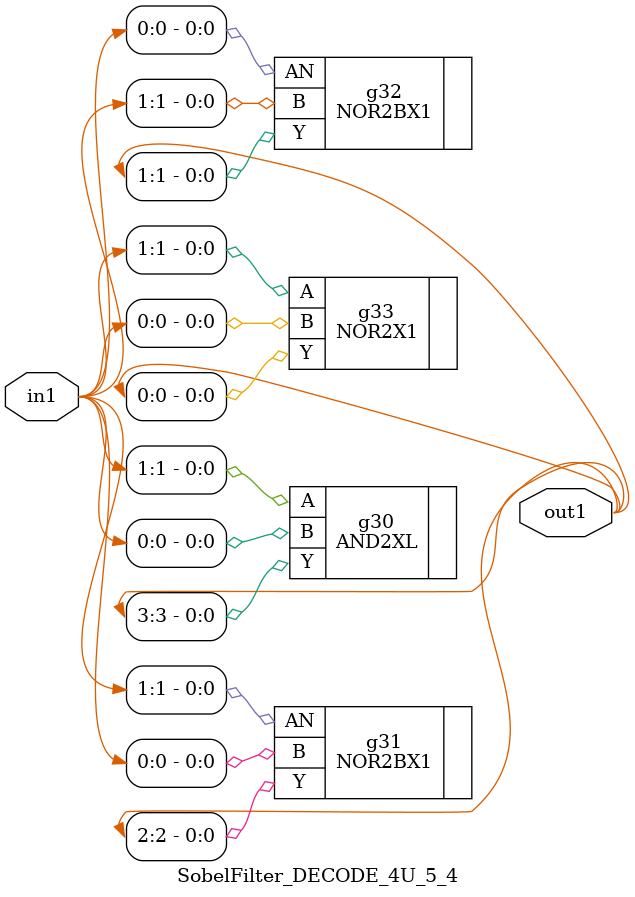
<source format=v>
`timescale 1ps / 1ps


module SobelFilter_DECODE_4U_5_4(in1, out1);
  input [1:0] in1;
  output [3:0] out1;
  wire [1:0] in1;
  wire [3:0] out1;
  AND2XL g30(.A (in1[1]), .B (in1[0]), .Y (out1[3]));
  NOR2BX1 g31(.AN (in1[1]), .B (in1[0]), .Y (out1[2]));
  NOR2BX1 g32(.AN (in1[0]), .B (in1[1]), .Y (out1[1]));
  NOR2X1 g33(.A (in1[1]), .B (in1[0]), .Y (out1[0]));
endmodule


</source>
